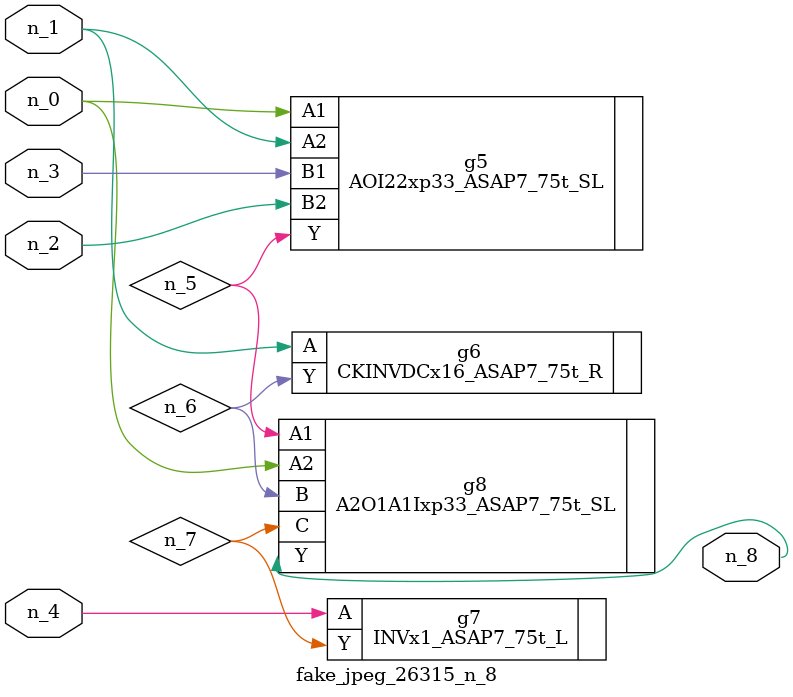
<source format=v>
module fake_jpeg_26315_n_8 (n_3, n_2, n_1, n_0, n_4, n_8);

input n_3;
input n_2;
input n_1;
input n_0;
input n_4;

output n_8;

wire n_6;
wire n_5;
wire n_7;

AOI22xp33_ASAP7_75t_SL g5 ( 
.A1(n_0),
.A2(n_1),
.B1(n_3),
.B2(n_2),
.Y(n_5)
);

CKINVDCx16_ASAP7_75t_R g6 ( 
.A(n_1),
.Y(n_6)
);

INVx1_ASAP7_75t_L g7 ( 
.A(n_4),
.Y(n_7)
);

A2O1A1Ixp33_ASAP7_75t_SL g8 ( 
.A1(n_5),
.A2(n_0),
.B(n_6),
.C(n_7),
.Y(n_8)
);


endmodule
</source>
